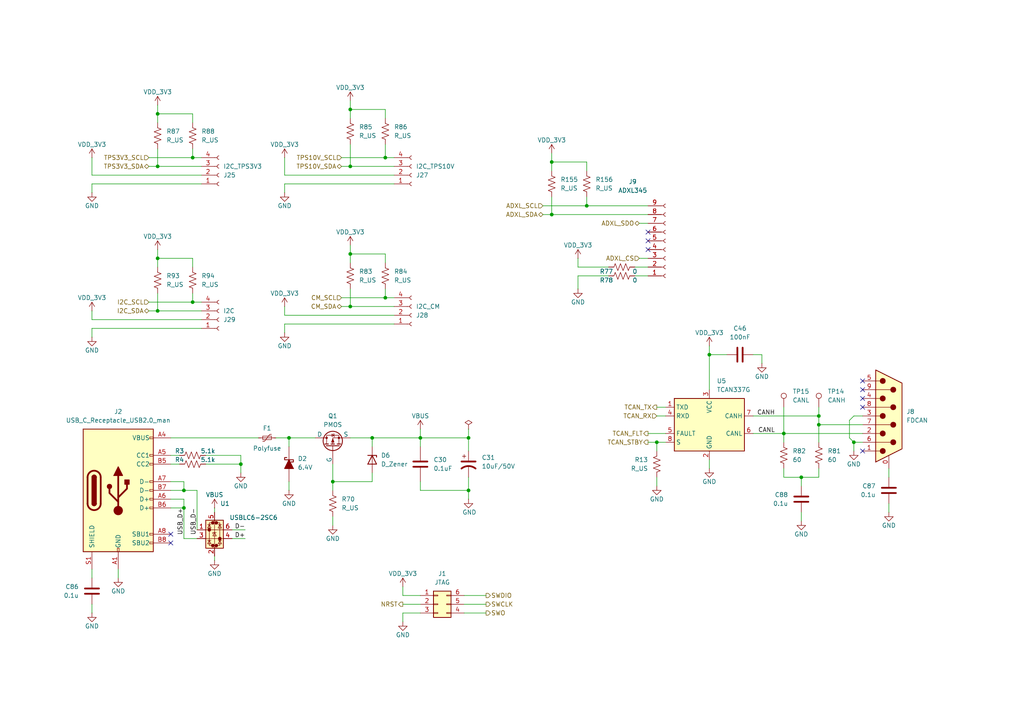
<source format=kicad_sch>
(kicad_sch (version 20250114) (generator "eeschema") (generator_version "9.0")
  (paper "A4")
  (lib_symbols
    (symbol "0CSL_D1_V1:CAP_7mm_X_2mm" (pin_numbers (hide yes)) (pin_names (offset 0.254))
      (property "Reference" "C" (at 0.635 2.54 0))
      (property "Value" "CAP_7mm_X_2mm" (at 0.635 -2.54 0))
      (symbol "CAP_7mm_X_2mm_1_1"
        (pin passive line (at 0 5.08 270) (length 4.064) (name "~") (number "1"))
        (pin passive line (at 0 -5.08 90) (length 4.064) (name "~") (number "2"))
      )
    )
    (symbol "0CSL_D1_V1:DIODE_SCHOTTKY_30V_200mA" (pin_numbers (hide yes)) (pin_names (hide yes))
      (property "Reference" "D" (at 0 2.54 0))
      (property "Value" "DIODE_SCHOTTKY_30V_200mA" (at 1.905 4.445 0))
      (symbol "DIODE_SCHOTTKY_30V_200mA_1_1"
        (pin passive line (at -5.08 0 0) (length 3.81) (name "K") (number "1"))
        (pin passive line (at 5.08 0 180) (length 3.81) (name "A") (number "2"))
      )
    )
    (symbol "0CSL_D1_V1:USB_C_Receptacle_USB2.0_man" (pin_names (offset 1.016))
      (property "Reference" "J" (at 1.27 19.685 0))
      (property "Value" "USB_C_Receptacle_USB2.0_man" (at 31.75 -19.685 0))
      (symbol "USB_C_Receptacle_USB2.0_man_1_1"
        (pin passive line (at -7.62 -22.86 90) (length 5.08) (name "SHIELD") (number "S1"))
        (pin passive line (at 0 -22.86 90) (length 5.08) (name "GND") (number "A1"))
        (pin passive line (at 0 -22.86 90) (length 5.08) (hide yes) (name "GND") (number "A12"))
        (pin passive line (at 0 -22.86 90) (length 5.08) (hide yes) (name "GND") (number "B1"))
        (pin passive line (at 0 -22.86 90) (length 5.08) (hide yes) (name "GND") (number "B12"))
        (pin passive line (at 15.24 15.24 180) (length 5.08) (name "VBUS") (number "A4"))
        (pin passive line (at 15.24 15.24 180) (length 5.08) (hide yes) (name "VBUS") (number "A9"))
        (pin passive line (at 15.24 15.24 180) (length 5.08) (hide yes) (name "VBUS") (number "B4"))
        (pin passive line (at 15.24 15.24 180) (length 5.08) (hide yes) (name "VBUS") (number "B9"))
        (pin bidirectional line (at 15.24 10.16 180) (length 5.08) (name "CC1") (number "A5"))
        (pin bidirectional line (at 15.24 7.62 180) (length 5.08) (name "CC2") (number "B5"))
        (pin bidirectional line (at 15.24 2.54 180) (length 5.08) (name "D-") (number "A7"))
        (pin bidirectional line (at 15.24 0 180) (length 5.08) (name "D-") (number "B7"))
        (pin bidirectional line (at 15.24 -2.54 180) (length 5.08) (name "D+") (number "A6"))
        (pin bidirectional line (at 15.24 -5.08 180) (length 5.08) (name "D+") (number "B6"))
        (pin bidirectional line (at 15.24 -12.7 180) (length 5.08) (name "SBU1") (number "A8"))
        (pin bidirectional line (at 15.24 -15.24 180) (length 5.08) (name "SBU2") (number "B8"))
      )
    )
    (symbol "Connector:Conn_01x04_Socket" (pin_names (offset 1.016) (hide yes))
      (property "Reference" "J" (at 0 5.08 0))
      (property "Value" "Conn_01x04_Socket" (at 0 -7.62 0))
      (symbol "Conn_01x04_Socket_1_1"
        (pin passive line (at -5.08 2.54 0) (length 3.81) (name "Pin_1") (number "1"))
        (pin passive line (at -5.08 0 0) (length 3.81) (name "Pin_2") (number "2"))
        (pin passive line (at -5.08 -2.54 0) (length 3.81) (name "Pin_3") (number "3"))
        (pin passive line (at -5.08 -5.08 0) (length 3.81) (name "Pin_4") (number "4"))
      )
    )
    (symbol "Connector:Conn_01x09_Socket" (pin_names (offset 1.016) (hide yes))
      (property "Reference" "J" (at 0 12.7 0))
      (property "Value" "Conn_01x09_Socket" (at 0 -12.7 0))
      (symbol "Conn_01x09_Socket_1_1"
        (pin passive line (at -5.08 10.16 0) (length 3.81) (name "Pin_1") (number "1"))
        (pin passive line (at -5.08 7.62 0) (length 3.81) (name "Pin_2") (number "2"))
        (pin passive line (at -5.08 5.08 0) (length 3.81) (name "Pin_3") (number "3"))
        (pin passive line (at -5.08 2.54 0) (length 3.81) (name "Pin_4") (number "4"))
        (pin passive line (at -5.08 0 0) (length 3.81) (name "Pin_5") (number "5"))
        (pin passive line (at -5.08 -2.54 0) (length 3.81) (name "Pin_6") (number "6"))
        (pin passive line (at -5.08 -5.08 0) (length 3.81) (name "Pin_7") (number "7"))
        (pin passive line (at -5.08 -7.62 0) (length 3.81) (name "Pin_8") (number "8"))
        (pin passive line (at -5.08 -10.16 0) (length 3.81) (name "Pin_9") (number "9"))
      )
    )
    (symbol "Connector:DE9_Pins_MountingHoles" (pin_names (offset 1.016) (hide yes))
      (property "Reference" "J" (at 0 16.51 0))
      (property "Value" "DE9_Pins_MountingHoles" (at 0 14.605 0))
      (symbol "DE9_Pins_MountingHoles_1_1"
        (pin passive line (at -7.62 10.16 0) (length 3.81) (name "5") (number "5"))
        (pin passive line (at -7.62 7.62 0) (length 3.81) (name "9") (number "9"))
        (pin passive line (at -7.62 5.08 0) (length 3.81) (name "4") (number "4"))
        (pin passive line (at -7.62 2.54 0) (length 3.81) (name "8") (number "8"))
        (pin passive line (at -7.62 0 0) (length 3.81) (name "3") (number "3"))
        (pin passive line (at -7.62 -2.54 0) (length 3.81) (name "7") (number "7"))
        (pin passive line (at -7.62 -5.08 0) (length 3.81) (name "2") (number "2"))
        (pin passive line (at -7.62 -7.62 0) (length 3.81) (name "6") (number "6"))
        (pin passive line (at -7.62 -10.16 0) (length 3.81) (name "1") (number "1"))
        (pin passive line (at 0 -15.24 90) (length 3.81) (name "PAD") (number "0"))
      )
    )
    (symbol "Connector:TestPoint" (pin_numbers (hide yes)) (pin_names (offset 0.762) (hide yes))
      (property "Reference" "TP" (at 0 6.858 0))
      (property "Value" "TestPoint" (at 0 5.08 0))
      (symbol "TestPoint_1_1"
        (pin passive line (at 0 0 90) (length 2.54) (name "1") (number "1"))
      )
    )
    (symbol "Connector_Generic:Conn_02x03_Counter_Clockwise" (pin_names (offset 1.016) (hide yes))
      (property "Reference" "J" (at 1.27 5.08 0))
      (property "Value" "Conn_02x03_Counter_Clockwise" (at 1.27 -5.08 0))
      (symbol "Conn_02x03_Counter_Clockwise_1_1"
        (pin passive line (at -5.08 2.54 0) (length 3.81) (name "Pin_1") (number "1"))
        (pin passive line (at -5.08 0 0) (length 3.81) (name "Pin_2") (number "2"))
        (pin passive line (at -5.08 -2.54 0) (length 3.81) (name "Pin_3") (number "3"))
        (pin passive line (at 7.62 2.54 180) (length 3.81) (name "Pin_6") (number "6"))
        (pin passive line (at 7.62 0 180) (length 3.81) (name "Pin_5") (number "5"))
        (pin passive line (at 7.62 -2.54 180) (length 3.81) (name "Pin_4") (number "4"))
      )
    )
    (symbol "Device:C" (pin_numbers (hide yes)) (pin_names (offset 0.254))
      (property "Reference" "C" (at 0.635 2.54 0))
      (property "Value" "C" (at 0.635 -2.54 0))
      (symbol "C_1_1"
        (pin passive line (at 0 3.81 270) (length 2.794) (name "~") (number "1"))
        (pin passive line (at 0 -3.81 90) (length 2.794) (name "~") (number "2"))
      )
    )
    (symbol "Device:C_Polarized_US" (pin_numbers (hide yes)) (pin_names (offset 0.254) (hide yes))
      (property "Reference" "C" (at 0.635 2.54 0))
      (property "Value" "C_Polarized_US" (at 0.635 -2.54 0))
      (symbol "C_Polarized_US_1_1"
        (pin passive line (at 0 3.81 270) (length 2.794) (name "~") (number "1"))
        (pin passive line (at 0 -3.81 90) (length 3.302) (name "~") (number "2"))
      )
    )
    (symbol "Device:D_Zener" (pin_numbers (hide yes)) (pin_names (offset 1.016) (hide yes))
      (property "Reference" "D" (at 0 2.54 0))
      (property "Value" "D_Zener" (at 0 -2.54 0))
      (symbol "D_Zener_1_1"
        (pin passive line (at -3.81 0 0) (length 2.54) (name "K") (number "1"))
        (pin passive line (at 3.81 0 180) (length 2.54) (name "A") (number "2"))
      )
    )
    (symbol "Device:Polyfuse_Small" (pin_numbers (hide yes)) (pin_names (offset 0))
      (property "Reference" "F" (at -1.905 0 90))
      (property "Value" "Polyfuse_Small" (at 1.905 0 90))
      (symbol "Polyfuse_Small_1_1"
        (pin passive line (at 0 2.54 270) (length 0.635) (name "~") (number "1"))
        (pin passive line (at 0 -2.54 90) (length 0.635) (name "~") (number "2"))
      )
    )
    (symbol "Device:R_US" (pin_numbers (hide yes)) (pin_names (offset 0))
      (property "Reference" "R" (at 2.54 0 90))
      (property "Value" "R_US" (at -2.54 0 90))
      (symbol "R_US_1_1"
        (pin passive line (at 0 3.81 270) (length 1.27) (name "~") (number "1"))
        (pin passive line (at 0 -3.81 90) (length 1.27) (name "~") (number "2"))
      )
    )
    (symbol "Interface_CAN_LIN:TCAN337G"
      (property "Reference" "U" (at -10.16 8.89 0))
      (property "Value" "TCAN337G" (at 2.54 8.89 0))
      (symbol "TCAN337G_1_1"
        (pin input line (at -12.7 5.08 0) (length 2.54) (name "TXD") (number "1"))
        (pin tri_state line (at -12.7 2.54 0) (length 2.54) (name "RXD") (number "4"))
        (pin open_collector line (at -12.7 -2.54 0) (length 2.54) (name "FAULT") (number "5"))
        (pin input line (at -12.7 -5.08 0) (length 2.54) (name "S") (number "8"))
        (pin power_in line (at 0 10.16 270) (length 2.54) (name "VCC") (number "3"))
        (pin power_in line (at 0 -10.16 90) (length 2.54) (name "GND") (number "2"))
        (pin bidirectional line (at 12.7 2.54 180) (length 2.54) (name "CANH") (number "7"))
        (pin bidirectional line (at 12.7 -2.54 180) (length 2.54) (name "CANL") (number "6"))
      )
    )
    (symbol "Power_Protection:USBLC6-2SC6" (pin_names (hide yes))
      (property "Reference" "U" (at 0.635 5.715 0))
      (property "Value" "USBLC6-2SC6" (at 0.635 3.81 0))
      (symbol "USBLC6-2SC6_1_1"
        (pin passive line (at -5.08 0 0) (length 2.54) (name "I/O1") (number "1"))
        (pin passive line (at -5.08 -2.54 0) (length 2.54) (name "I/O2") (number "3"))
        (pin passive line (at 0 5.08 270) (length 2.54) (name "VBUS") (number "5"))
        (pin passive line (at 0 -7.62 90) (length 2.54) (name "GND") (number "2"))
        (pin passive line (at 5.08 0 180) (length 2.54) (name "I/O1") (number "6"))
        (pin passive line (at 5.08 -2.54 180) (length 2.54) (name "I/O2") (number "4"))
      )
    )
    (symbol "Simulation_SPICE:PMOS" (pin_numbers (hide yes)) (pin_names (offset 0))
      (property "Reference" "Q" (at 5.08 1.27 0))
      (property "Value" "PMOS" (at 5.08 -1.27 0))
      (symbol "PMOS_1_1"
        (pin input line (at -5.08 0 0) (length 2.54) (name "G") (number "2"))
        (pin passive line (at 2.54 5.08 270) (length 2.54) (name "D") (number "1"))
        (pin passive line (at 2.54 -5.08 90) (length 2.54) (name "S") (number "3"))
      )
    )
    (symbol "power:+3V3" (power) (pin_numbers (hide yes)) (pin_names (offset 0) (hide yes))
      (property "Value" "+3V3" (at 0 3.556 0))
      (symbol "+3V3_1_1"
        (pin power_in line (at 0 0 90) (length 0) (name "~") (number "1"))
      )
    )
    (symbol "power:+5V" (power) (pin_numbers (hide yes)) (pin_names (offset 0) (hide yes))
      (property "Value" "+5V" (at 0 3.556 0))
      (symbol "+5V_1_1"
        (pin power_in line (at 0 0 90) (length 0) (name "~") (number "1"))
      )
    )
    (symbol "power:GND" (power) (pin_numbers (hide yes)) (pin_names (offset 0) (hide yes))
      (property "Value" "GND" (at 0 -3.81 0))
      (symbol "GND_1_1"
        (pin power_in line (at 0 0 270) (length 0) (name "~") (number "1"))
      )
    )
    (symbol "power:PWR_FLAG" (power) (pin_numbers (hide yes)) (pin_names (offset 0) (hide yes))
      (property "Value" "PWR_FLAG" (at 0 3.81 0))
      (symbol "PWR_FLAG_0_0"
        (pin power_out line (at 0 0 90) (length 0) (name "~") (number "1"))
      )
    )
    (symbol "power:VCC" (power) (pin_numbers (hide yes)) (pin_names (offset 0) (hide yes))
      (property "Value" "VCC" (at 0 3.556 0))
      (symbol "VCC_1_1"
        (pin power_in line (at 0 0 90) (length 0) (name "~") (number "1"))
      )
    )
  )
  (junction (at 45.72 33.02))
  (junction (at 237.49 123.19))
  (junction (at 96.52 139.7))
  (junction (at 135.89 127))
  (junction (at 227.33 125.73))
  (junction (at 101.6 31.75))
  (junction (at 237.49 120.65))
  (junction (at 111.76 45.72))
  (junction (at 45.72 90.17))
  (junction (at 83.82 127))
  (junction (at 45.72 48.26))
  (junction (at 135.89 142.24))
  (junction (at 232.41 138.43))
  (junction (at 160.02 62.23))
  (junction (at 53.34 142.24))
  (junction (at 247.65 128.27))
  (junction (at 170.18 59.69))
  (junction (at 55.88 45.72))
  (junction (at 69.85 134.62))
  (junction (at 121.92 127))
  (junction (at 101.6 73.66))
  (junction (at 101.6 88.9))
  (junction (at 53.34 147.32))
  (junction (at 55.88 87.63))
  (junction (at 107.95 127))
  (junction (at 101.6 48.26))
  (junction (at 205.74 102.87))
  (junction (at 160.02 46.99))
  (junction (at 190.5 128.27))
  (junction (at 45.72 74.93))
  (junction (at 111.76 86.36))
  (no_connect (at 250.19 130.81))
  (no_connect (at 250.19 110.49))
  (no_connect (at 49.53 157.48))
  (no_connect (at 250.19 113.03))
  (no_connect (at 187.96 69.85))
  (no_connect (at 187.96 67.31))
  (no_connect (at 250.19 115.57))
  (no_connect (at 49.53 154.94))
  (no_connect (at 187.96 72.39))
  (no_connect (at 250.19 118.11))
  (wire (pts (xy 247.65 128.27) (xy 247.65 130.81)))
  (wire (pts (xy 26.67 95.25) (xy 58.42 95.25)))
  (wire (pts (xy 190.5 130.81) (xy 190.5 128.27)))
  (wire (pts (xy 55.88 45.72) (xy 58.42 45.72)))
  (wire (pts (xy 101.6 48.26) (xy 101.6 41.91)))
  (wire (pts (xy 116.84 175.26) (xy 121.92 175.26)))
  (wire (pts (xy 218.44 125.73) (xy 227.33 125.73)))
  (wire (pts (xy 170.18 59.69) (xy 170.18 57.15)))
  (wire (pts (xy 83.82 142.24) (xy 83.82 139.7)))
  (wire (pts (xy 257.81 148.59) (xy 257.81 146.05)))
  (wire (pts (xy 45.72 90.17) (xy 58.42 90.17)))
  (wire (pts (xy 160.02 62.23) (xy 160.02 57.15)))
  (wire (pts (xy 237.49 120.65) (xy 237.49 123.19)))
  (wire (pts (xy 45.72 48.26) (xy 45.72 43.18)))
  (wire (pts (xy 167.64 80.01) (xy 176.53 80.01)))
  (wire (pts (xy 57.15 142.24) (xy 53.34 142.24)))
  (wire (pts (xy 49.53 132.08) (xy 52.07 132.08)))
  (wire (pts (xy 59.69 134.62) (xy 69.85 134.62)))
  (wire (pts (xy 190.5 120.65) (xy 193.04 120.65)))
  (wire (pts (xy 26.67 177.8) (xy 26.67 175.26)))
  (wire (pts (xy 121.92 139.7) (xy 121.92 142.24)))
  (wire (pts (xy 184.15 80.01) (xy 187.96 80.01)))
  (wire (pts (xy 205.74 100.33) (xy 205.74 102.87)))
  (wire (pts (xy 101.6 31.75) (xy 111.76 31.75)))
  (wire (pts (xy 111.76 45.72) (xy 111.76 41.91)))
  (wire (pts (xy 101.6 88.9) (xy 101.6 83.82)))
  (wire (pts (xy 107.95 129.54) (xy 107.95 127)))
  (wire (pts (xy 107.95 137.16) (xy 107.95 139.7)))
  (wire (pts (xy 82.55 93.98) (xy 114.3 93.98)))
  (wire (pts (xy 82.55 55.88) (xy 82.55 53.34)))
  (wire (pts (xy 116.84 172.72) (xy 121.92 172.72)))
  (wire (pts (xy 101.6 88.9) (xy 114.3 88.9)))
  (wire (pts (xy 232.41 151.13) (xy 232.41 148.59)))
  (wire (pts (xy 237.49 123.19) (xy 237.49 128.27)))
  (wire (pts (xy 167.64 74.93) (xy 167.64 77.47)))
  (wire (pts (xy 26.67 45.72) (xy 26.67 50.8)))
  (wire (pts (xy 121.92 127) (xy 135.89 127)))
  (wire (pts (xy 246.38 127) (xy 247.65 128.27)))
  (wire (pts (xy 69.85 132.08) (xy 69.85 134.62)))
  (wire (pts (xy 26.67 97.79) (xy 26.67 95.25)))
  (wire (pts (xy 205.74 135.89) (xy 205.74 133.35)))
  (wire (pts (xy 111.76 86.36) (xy 111.76 83.82)))
  (wire (pts (xy 116.84 180.34) (xy 116.84 177.8)))
  (wire (pts (xy 140.97 177.8) (xy 134.62 177.8)))
  (wire (pts (xy 101.6 73.66) (xy 111.76 73.66)))
  (wire (pts (xy 49.53 127) (xy 74.93 127)))
  (wire (pts (xy 45.72 30.48) (xy 45.72 33.02)))
  (wire (pts (xy 55.88 87.63) (xy 58.42 87.63)))
  (wire (pts (xy 55.88 33.02) (xy 55.88 35.56)))
  (wire (pts (xy 227.33 135.89) (xy 227.33 138.43)))
  (wire (pts (xy 116.84 177.8) (xy 121.92 177.8)))
  (wire (pts (xy 69.85 132.08) (xy 59.69 132.08)))
  (wire (pts (xy 53.34 147.32) (xy 49.53 147.32)))
  (wire (pts (xy 96.52 149.86) (xy 96.52 152.4)))
  (wire (pts (xy 55.88 45.72) (xy 55.88 43.18)))
  (wire (pts (xy 232.41 138.43) (xy 232.41 140.97)))
  (wire (pts (xy 205.74 102.87) (xy 205.74 113.03)))
  (wire (pts (xy 185.42 74.93) (xy 187.96 74.93)))
  (wire (pts (xy 160.02 44.45) (xy 160.02 46.99)))
  (wire (pts (xy 160.02 46.99) (xy 160.02 49.53)))
  (wire (pts (xy 237.49 123.19) (xy 250.19 123.19)))
  (wire (pts (xy 167.64 77.47) (xy 176.53 77.47)))
  (wire (pts (xy 135.89 144.78) (xy 135.89 142.24)))
  (wire (pts (xy 45.72 33.02) (xy 45.72 35.56)))
  (wire (pts (xy 205.74 102.87) (xy 210.82 102.87)))
  (wire (pts (xy 26.67 90.17) (xy 26.67 92.71)))
  (wire (pts (xy 53.34 139.7) (xy 53.34 142.24)))
  (wire (pts (xy 82.55 96.52) (xy 82.55 93.98)))
  (wire (pts (xy 62.23 147.32) (xy 62.23 148.59)))
  (wire (pts (xy 82.55 50.8) (xy 114.3 50.8)))
  (wire (pts (xy 135.89 127) (xy 135.89 130.81)))
  (wire (pts (xy 187.96 128.27) (xy 190.5 128.27)))
  (wire (pts (xy 246.38 121.92) (xy 246.38 127)))
  (wire (pts (xy 53.34 147.32) (xy 53.34 156.21)))
  (wire (pts (xy 82.55 88.9) (xy 82.55 91.44)))
  (wire (pts (xy 190.5 140.97) (xy 190.5 138.43)))
  (wire (pts (xy 227.33 125.73) (xy 250.19 125.73)))
  (wire (pts (xy 135.89 124.46) (xy 135.89 127)))
  (wire (pts (xy 69.85 134.62) (xy 69.85 137.16)))
  (wire (pts (xy 96.52 134.62) (xy 96.52 139.7)))
  (wire (pts (xy 237.49 118.11) (xy 237.49 120.65)))
  (wire (pts (xy 45.72 33.02) (xy 55.88 33.02)))
  (wire (pts (xy 121.92 142.24) (xy 135.89 142.24)))
  (wire (pts (xy 82.55 45.72) (xy 82.55 50.8)))
  (wire (pts (xy 101.6 31.75) (xy 101.6 34.29)))
  (wire (pts (xy 157.48 59.69) (xy 170.18 59.69)))
  (wire (pts (xy 218.44 120.65) (xy 237.49 120.65)))
  (wire (pts (xy 111.76 45.72) (xy 114.3 45.72)))
  (wire (pts (xy 26.67 92.71) (xy 58.42 92.71)))
  (wire (pts (xy 190.5 118.11) (xy 193.04 118.11)))
  (wire (pts (xy 167.64 80.01) (xy 167.64 83.82)))
  (wire (pts (xy 250.19 128.27) (xy 247.65 128.27)))
  (wire (pts (xy 49.53 142.24) (xy 53.34 142.24)))
  (wire (pts (xy 101.6 29.21) (xy 101.6 31.75)))
  (wire (pts (xy 45.72 74.93) (xy 55.88 74.93)))
  (wire (pts (xy 247.65 120.65) (xy 246.38 121.92)))
  (wire (pts (xy 111.76 73.66) (xy 111.76 76.2)))
  (wire (pts (xy 96.52 139.7) (xy 107.95 139.7)))
  (wire (pts (xy 49.53 139.7) (xy 53.34 139.7)))
  (wire (pts (xy 220.98 102.87) (xy 218.44 102.87)))
  (wire (pts (xy 99.06 45.72) (xy 111.76 45.72)))
  (wire (pts (xy 101.6 48.26) (xy 114.3 48.26)))
  (wire (pts (xy 26.67 165.1) (xy 26.67 167.64)))
  (wire (pts (xy 43.18 87.63) (xy 55.88 87.63)))
  (wire (pts (xy 220.98 102.87) (xy 220.98 105.41)))
  (wire (pts (xy 160.02 46.99) (xy 170.18 46.99)))
  (wire (pts (xy 237.49 135.89) (xy 237.49 138.43)))
  (wire (pts (xy 101.6 73.66) (xy 101.6 76.2)))
  (wire (pts (xy 57.15 153.67) (xy 57.15 142.24)))
  (wire (pts (xy 91.44 127) (xy 83.82 127)))
  (wire (pts (xy 99.06 88.9) (xy 101.6 88.9)))
  (wire (pts (xy 43.18 48.26) (xy 45.72 48.26)))
  (wire (pts (xy 43.18 45.72) (xy 55.88 45.72)))
  (wire (pts (xy 101.6 71.12) (xy 101.6 73.66)))
  (wire (pts (xy 82.55 91.44) (xy 114.3 91.44)))
  (wire (pts (xy 34.29 165.1) (xy 34.29 167.64)))
  (wire (pts (xy 55.88 87.63) (xy 55.88 85.09)))
  (wire (pts (xy 45.72 90.17) (xy 45.72 85.09)))
  (wire (pts (xy 227.33 118.11) (xy 227.33 125.73)))
  (wire (pts (xy 26.67 53.34) (xy 58.42 53.34)))
  (wire (pts (xy 53.34 144.78) (xy 49.53 144.78)))
  (wire (pts (xy 140.97 175.26) (xy 134.62 175.26)))
  (wire (pts (xy 67.31 156.21) (xy 71.12 156.21)))
  (wire (pts (xy 227.33 138.43) (xy 232.41 138.43)))
  (wire (pts (xy 111.76 86.36) (xy 114.3 86.36)))
  (wire (pts (xy 140.97 172.72) (xy 134.62 172.72)))
  (wire (pts (xy 45.72 48.26) (xy 58.42 48.26)))
  (wire (pts (xy 121.92 127) (xy 121.92 129.54)))
  (wire (pts (xy 26.67 55.88) (xy 26.67 53.34)))
  (wire (pts (xy 187.96 125.73) (xy 193.04 125.73)))
  (wire (pts (xy 55.88 74.93) (xy 55.88 77.47)))
  (wire (pts (xy 185.42 64.77) (xy 187.96 64.77)))
  (wire (pts (xy 83.82 127) (xy 83.82 129.54)))
  (wire (pts (xy 62.23 161.29) (xy 62.23 162.56)))
  (wire (pts (xy 121.92 124.46) (xy 121.92 127)))
  (wire (pts (xy 135.89 142.24) (xy 135.89 138.43)))
  (wire (pts (xy 170.18 59.69) (xy 187.96 59.69)))
  (wire (pts (xy 107.95 127) (xy 121.92 127)))
  (wire (pts (xy 82.55 53.34) (xy 114.3 53.34)))
  (wire (pts (xy 26.67 50.8) (xy 58.42 50.8)))
  (wire (pts (xy 96.52 142.24) (xy 96.52 139.7)))
  (wire (pts (xy 107.95 127) (xy 101.6 127)))
  (wire (pts (xy 232.41 138.43) (xy 237.49 138.43)))
  (wire (pts (xy 43.18 90.17) (xy 45.72 90.17)))
  (wire (pts (xy 250.19 120.65) (xy 247.65 120.65)))
  (wire (pts (xy 160.02 62.23) (xy 187.96 62.23)))
  (wire (pts (xy 257.81 135.89) (xy 257.81 138.43)))
  (wire (pts (xy 99.06 48.26) (xy 101.6 48.26)))
  (wire (pts (xy 157.48 62.23) (xy 160.02 62.23)))
  (wire (pts (xy 45.72 74.93) (xy 45.72 77.47)))
  (wire (pts (xy 227.33 125.73) (xy 227.33 128.27)))
  (wire (pts (xy 116.84 170.18) (xy 116.84 172.72)))
  (wire (pts (xy 53.34 156.21) (xy 57.15 156.21)))
  (wire (pts (xy 53.34 147.32) (xy 53.34 144.78)))
  (wire (pts (xy 184.15 77.47) (xy 187.96 77.47)))
  (wire (pts (xy 49.53 134.62) (xy 52.07 134.62)))
  (wire (pts (xy 190.5 128.27) (xy 193.04 128.27)))
  (wire (pts (xy 80.01 127) (xy 83.82 127)))
  (wire (pts (xy 170.18 46.99) (xy 170.18 49.53)))
  (wire (pts (xy 67.31 153.67) (xy 71.12 153.67)))
  (wire (pts (xy 111.76 31.75) (xy 111.76 34.29)))
  (wire (pts (xy 45.72 72.39) (xy 45.72 74.93)))
  (wire (pts (xy 99.06 86.36) (xy 111.76 86.36)))
  (label "D-" (at 71.12 153.67 180))
  (label "USB_D-" (at 57.15 147.32 270))
  (label "D+" (at 71.12 156.21 180))
  (label "USB_D+" (at 53.34 147.32 270))
  (label "CANH" (at 224.79 120.65 180))
  (label "CANL" (at 224.79 125.73 180))
  (hierarchical_label "TPS3V3_SCL" (shape input) (at 43.18 45.72 180))
  (hierarchical_label "SWCLK" (shape output) (at 140.97 175.26 0))
  (hierarchical_label "ADXL_SCL" (shape input) (at 157.48 59.69 180))
  (hierarchical_label "SWO" (shape output) (at 140.97 177.8 0))
  (hierarchical_label "SWDIO" (shape output) (at 140.97 172.72 0))
  (hierarchical_label "I2C_SCL" (shape input) (at 43.18 87.63 180))
  (hierarchical_label "ADXL_SDO" (shape bidirectional) (at 185.42 64.77 180))
  (hierarchical_label "CM_SDA" (shape bidirectional) (at 99.06 88.9 180))
  (hierarchical_label "TCAN_FLT" (shape output) (at 187.96 125.73 180))
  (hierarchical_label "TPS3V3_SDA" (shape bidirectional) (at 43.18 48.26 180))
  (hierarchical_label "NRST" (shape output) (at 116.84 175.26 180))
  (hierarchical_label "TCAN_TX" (shape output) (at 190.5 118.11 180))
  (hierarchical_label "I2C_SDA" (shape bidirectional) (at 43.18 90.17 180))
  (hierarchical_label "TCAN_STBY" (shape output) (at 187.96 128.27 180))
  (hierarchical_label "ADXL_CS" (shape input) (at 185.42 74.93 180))
  (hierarchical_label "TPS10V_SDA" (shape bidirectional) (at 99.06 48.26 180))
  (hierarchical_label "TCAN_RX" (shape input) (at 190.5 120.65 180))
  (hierarchical_label "CM_SCL" (shape input) (at 99.06 86.36 180))
  (hierarchical_label "TPS10V_SCL" (shape input) (at 99.06 45.72 180))
  (hierarchical_label "ADXL_SDA" (shape bidirectional) (at 157.48 62.23 180))
  (symbol (lib_id "Device:R_US") (at 227.33 132.08 0) (unit 1)
    (property "Reference" "R82" (at 229.87 130.8099 0) (effects (justify left)))
    (property "Value" "60" (at 229.87 133.3499 0) (effects (justify left)))
    (property "Description" "Resistor, US symbol" (effects (hide yes)))
  )
  (symbol (lib_id "Device:C") (at 257.81 142.24 0) (mirror x) (unit 1)
    (property "Reference" "C87" (at 254 140.9699 0) (effects (justify right)))
    (property "Value" "0.1u" (at 254 143.5099 0) (effects (justify right)))
    (property "Description" "Unpolarized capacitor" (effects (hide yes)))
  )
  (symbol (lib_id "Device:R_US") (at 55.88 39.37 0) (unit 1)
    (property "Reference" "R88" (at 58.42 38.0999 0) (effects (justify left)))
    (property "Value" "R_US" (at 58.42 40.6399 0) (effects (justify left)))
    (property "Description" "Resistor, US symbol" (effects (hide yes)))
  )
  (symbol (lib_id "power:GND") (at 26.67 97.79 0) (unit 1)
    (property "Reference" "#PWR0152" (effects (hide yes)))
    (property "Value" "GND" (at 26.67 101.6 0))
    (property "Description" "Power symbol creates a global label with name \"GND\" , ground" (effects (hide yes)))
  )
  (symbol (lib_id "power:GND") (at 232.41 151.13 0) (unit 1)
    (property "Reference" "#PWR0138" (effects (hide yes)))
    (property "Value" "GND" (at 232.41 154.94 0))
    (property "Description" "Power symbol creates a global label with name \"GND\" , ground" (effects (hide yes)))
  )
  (symbol (lib_id "power:VCC") (at 167.64 74.93 0) (unit 1)
    (property "Reference" "#PWR071" (effects (hide yes)))
    (property "Value" "VDD_3V3" (at 167.64 71.12 0))
    (property "Description" "Power symbol creates a global label with name \"VCC\"" (effects (hide yes)))
  )
  (symbol (lib_id "power:GND") (at 26.67 177.8 0) (unit 1)
    (property "Reference" "#PWR0103" (effects (hide yes)))
    (property "Value" "GND" (at 26.67 181.61 0))
    (property "Description" "Power symbol creates a global label with name \"GND\" , ground" (effects (hide yes)))
  )
  (symbol (lib_id "power:GND") (at 83.82 142.24 0) (unit 1)
    (property "Reference" "#PWR019" (effects (hide yes)))
    (property "Value" "GND" (at 83.82 146.05 0))
    (property "Description" "Power symbol creates a global label with name \"GND\" , ground" (effects (hide yes)))
  )
  (symbol (lib_id "Device:R_US") (at 160.02 53.34 0) (unit 1)
    (property "Reference" "R155" (at 162.56 52.0699 0) (effects (justify left)))
    (property "Value" "R_US" (at 162.56 54.6099 0) (effects (justify left)))
    (property "Description" "Resistor, US symbol" (effects (hide yes)))
  )
  (symbol (lib_id "Interface_CAN_LIN:TCAN337G") (at 205.74 123.19 0) (unit 1)
    (property "Reference" "U5" (at 207.8833 110.49 0) (effects (justify left)))
    (property "Value" "TCAN337G" (at 207.8833 113.03 0) (effects (justify left)))
    (property "Datasheet" "http://www.ti.com/lit/ds/symlink/tcan337.pdf" (effects (hide yes)))
    (property "Description" "High-Speed CAN Transceiver with CAN FD, 5Mbps, 3.3V supply, silent mode, fault output, SOT-23-8/SOIC-8" (effects (hide yes)))
  )
  (symbol (lib_id "Connector:Conn_01x04_Socket") (at 119.38 91.44 0) (mirror x) (unit 1)
    (property "Reference" "J28" (at 120.65 91.4401 0) (effects (justify left)))
    (property "Value" "I2C_CM" (at 120.65 88.9001 0) (effects (justify left)))
    (property "Description" "Generic connector, single row, 01x04, script generated" (effects (hide yes)))
  )
  (symbol (lib_id "Connector:DE9_Pins_MountingHoles") (at 257.81 120.65 0) (unit 1)
    (property "Reference" "J8" (at 262.89 119.3799 0) (effects (justify left)))
    (property "Value" "FDCAN" (at 262.89 121.9199 0) (effects (justify left)))
    (property "Description" "9-pin D-SUB connector, pins (male), Mounting Hole" (effects (hide yes)))
  )
  (symbol (lib_id "power:GND") (at 220.98 105.41 0) (unit 1)
    (property "Reference" "#PWR075" (effects (hide yes)))
    (property "Value" "GND" (at 220.98 109.22 0))
    (property "Description" "Power symbol creates a global label with name \"GND\" , ground" (effects (hide yes)))
  )
  (symbol (lib_id "Device:R_US") (at 101.6 38.1 0) (unit 1)
    (property "Reference" "R85" (at 104.14 36.8299 0) (effects (justify left)))
    (property "Value" "R_US" (at 104.14 39.3699 0) (effects (justify left)))
    (property "Description" "Resistor, US symbol" (effects (hide yes)))
  )
  (symbol (lib_id "power:GND") (at 34.29 167.64 0) (unit 1)
    (property "Reference" "#PWR035" (effects (hide yes)))
    (property "Value" "GND" (at 34.29 171.45 0))
    (property "Description" "Power symbol creates a global label with name \"GND\" , ground" (effects (hide yes)))
  )
  (symbol (lib_id "power:GND") (at 26.67 55.88 0) (unit 1)
    (property "Reference" "#PWR0144" (effects (hide yes)))
    (property "Value" "GND" (at 26.67 59.69 0))
    (property "Description" "Power symbol creates a global label with name \"GND\" , ground" (effects (hide yes)))
  )
  (symbol (lib_id "power:GND") (at 116.84 180.34 0) (unit 1)
    (property "Reference" "#PWR05" (effects (hide yes)))
    (property "Value" "GND" (at 116.84 184.15 0))
    (property "Description" "Power symbol creates a global label with name \"GND\" , ground" (effects (hide yes)))
  )
  (symbol (lib_id "Device:R_US") (at 170.18 53.34 0) (unit 1)
    (property "Reference" "R156" (at 172.72 52.0699 0) (effects (justify left)))
    (property "Value" "R_US" (at 172.72 54.6099 0) (effects (justify left)))
    (property "Description" "Resistor, US symbol" (effects (hide yes)))
  )
  (symbol (lib_id "Device:R_US") (at 237.49 132.08 0) (unit 1)
    (property "Reference" "R81" (at 240.03 130.8099 0) (effects (justify left)))
    (property "Value" "60" (at 240.03 133.3499 0) (effects (justify left)))
    (property "Description" "Resistor, US symbol" (effects (hide yes)))
  )
  (symbol (lib_id "power:VCC") (at 205.74 100.33 0) (unit 1)
    (property "Reference" "#PWR074" (effects (hide yes)))
    (property "Value" "VDD_3V3" (at 205.74 96.52 0))
    (property "Description" "Power symbol creates a global label with name \"VCC\"" (effects (hide yes)))
  )
  (symbol (lib_id "Device:D_Zener") (at 107.95 133.35 270) (unit 1)
    (property "Reference" "D6" (at 110.49 132.0799 90) (effects (justify left)))
    (property "Value" "D_Zener" (at 110.49 134.6199 90) (effects (justify left)))
    (property "Description" "Zener diode" (effects (hide yes)))
  )
  (symbol (lib_id "Device:R_US") (at 96.52 146.05 0) (unit 1)
    (property "Reference" "R70" (at 99.06 144.7799 0) (effects (justify left)))
    (property "Value" "R_US" (at 99.06 147.3199 0) (effects (justify left)))
    (property "Description" "Resistor, US symbol" (effects (hide yes)))
  )
  (symbol (lib_id "power:VCC") (at 101.6 71.12 0) (unit 1)
    (property "Reference" "#PWR0140" (effects (hide yes)))
    (property "Value" "VDD_3V3" (at 101.6 67.31 0))
    (property "Description" "Power symbol creates a global label with name \"VCC\"" (effects (hide yes)))
  )
  (symbol (lib_id "Power_Protection:USBLC6-2SC6") (at 62.23 153.67 0) (unit 1)
    (property "Reference" "U1" (at 63.8811 146.05 0) (effects (justify left)))
    (property "Value" "USBLC6-2SC6" (at 66.548 150.114 0) (effects (justify left)))
    (property "Footprint" "Package_TO_SOT_SMD:SOT-23-6" (effects (hide yes)))
    (property "Datasheet" "https://www.st.com/content/ccc/resource/technical/document/datasheet/06/1d/48/9c/6c/20/4a/b2/CD00050750.pdf/files/CD00050750.pdf/jcr:content/translations/en.CD00050750.pdf" (effects (hide yes)))
    (property "Description" "Very low capacitance ESD protection diode, 2 data-line, SOT-23-6" (effects (hide yes)))
    (property "Part Number" "497-5235-1-ND" (effects (hide yes)))
    (property "Link" "https://www.digikey.ca/en/products/detail/stmicroelectronics/USBLC6-2SC6/1040559" (effects (hide yes)))
  )
  (symbol (lib_id "power:+3V3") (at 116.84 170.18 0) (mirror y) (unit 1)
    (property "Reference" "#PWR02" (effects (hide yes)))
    (property "Value" "VDD_3V3" (at 116.84 166.37 0))
    (property "Description" "Power symbol creates a global label with name \"+3V3\"" (effects (hide yes)))
  )
  (symbol (lib_id "Device:R_US") (at 111.76 80.01 0) (unit 1)
    (property "Reference" "R84" (at 114.3 78.7399 0) (effects (justify left)))
    (property "Value" "R_US" (at 114.3 81.2799 0) (effects (justify left)))
    (property "Description" "Resistor, US symbol" (effects (hide yes)))
  )
  (symbol (lib_id "Device:R_US") (at 55.88 132.08 270) (unit 1)
    (property "Reference" "R3" (at 52.07 130.81 90))
    (property "Value" "5.1k" (at 60.325 130.81 90))
    (property "Description" "Resistor, US symbol" (effects (hide yes)))
  )
  (symbol (lib_id "Device:C") (at 26.67 171.45 0) (mirror x) (unit 1)
    (property "Reference" "C86" (at 22.86 170.1799 0) (effects (justify right)))
    (property "Value" "0.1u" (at 22.86 172.7199 0) (effects (justify right)))
    (property "Description" "Unpolarized capacitor" (effects (hide yes)))
  )
  (symbol (lib_id "Device:R_US") (at 55.88 81.28 0) (unit 1)
    (property "Reference" "R94" (at 58.42 80.0099 0) (effects (justify left)))
    (property "Value" "R_US" (at 58.42 82.5499 0) (effects (justify left)))
    (property "Description" "Resistor, US symbol" (effects (hide yes)))
  )
  (symbol (lib_id "power:VCC") (at 45.72 30.48 0) (unit 1)
    (property "Reference" "#PWR0139" (effects (hide yes)))
    (property "Value" "VDD_3V3" (at 45.72 26.67 0))
    (property "Description" "Power symbol creates a global label with name \"VCC\"" (effects (hide yes)))
  )
  (symbol (lib_id "Device:C") (at 214.63 102.87 90) (unit 1)
    (property "Reference" "C46" (at 214.63 95.25 90))
    (property "Value" "100nF" (at 214.63 97.79 90))
    (property "Description" "Unpolarized capacitor" (effects (hide yes)))
  )
  (symbol (lib_id "power:VCC") (at 101.6 29.21 0) (unit 1)
    (property "Reference" "#PWR0141" (effects (hide yes)))
    (property "Value" "VDD_3V3" (at 101.6 25.4 0))
    (property "Description" "Power symbol creates a global label with name \"VCC\"" (effects (hide yes)))
  )
  (symbol (lib_id "0CSL_D1_V1:CAP_7mm_X_2mm") (at 121.92 134.62 0) (unit 1)
    (property "Reference" "C30" (at 125.73 133.3499 0) (effects (justify left)))
    (property "Value" "0.1uF" (at 125.73 135.8899 0) (effects (justify left)))
    (property "Footprint" "Capacitor_SMD:C_0603_1608Metric_Pad1.08x0.95mm_HandSolder" (effects (hide yes)))
    (property "Description" "Unpolarized capacitor" (effects (hide yes)))
    (property "Part Number" "399-C0603C104K5RAC7411CT-ND" (effects (hide yes)))
  )
  (symbol (lib_id "Connector_Generic:Conn_02x03_Counter_Clockwise") (at 127 175.26 0) (unit 1)
    (property "Reference" "J1" (at 128.27 166.37 0))
    (property "Value" "JTAG" (at 128.27 168.91 0))
    (property "Footprint" "UserFootprints:490107670612" (effects (hide yes)))
    (property "Datasheet" "https://www.we-online.com/components/products/datasheet/490107670612.pdf" (effects (hide yes)))
    (property "Description" "Generic connector, double row, 02x03, counter clockwise pin numbering scheme (similar to DIP package numbering), script generated (kicad-library-utils/schlib/autogen/connector/)" (effects (hide yes)))
    (property "Part Number" "732-11634-5-ND" (effects (hide yes)))
  )
  (symbol (lib_id "power:GND") (at 62.23 162.56 0) (unit 1)
    (property "Reference" "#PWR034" (effects (hide yes)))
    (property "Value" "GND" (at 62.23 166.37 0))
    (property "Description" "Power symbol creates a global label with name \"GND\" , ground" (effects (hide yes)))
  )
  (symbol (lib_id "Device:C_Polarized_US") (at 135.89 134.62 0) (unit 1)
    (property "Reference" "C31" (at 139.7 132.7149 0) (effects (justify left)))
    (property "Value" "10uF/50V" (at 139.7 135.2549 0) (effects (justify left)))
    (property "Description" "Polarized capacitor, US symbol" (effects (hide yes)))
  )
  (symbol (lib_id "power:GND") (at 167.64 83.82 0) (mirror y) (unit 1)
    (property "Reference" "#PWR044" (effects (hide yes)))
    (property "Value" "GND" (at 167.64 87.63 0))
    (property "Description" "Power symbol creates a global label with name \"GND\" , ground" (effects (hide yes)))
  )
  (symbol (lib_id "power:GND") (at 82.55 96.52 0) (unit 1)
    (property "Reference" "#PWR0150" (effects (hide yes)))
    (property "Value" "GND" (at 82.55 100.33 0))
    (property "Description" "Power symbol creates a global label with name \"GND\" , ground" (effects (hide yes)))
  )
  (symbol (lib_id "power:GND") (at 82.55 55.88 0) (unit 1)
    (property "Reference" "#PWR0148" (effects (hide yes)))
    (property "Value" "GND" (at 82.55 59.69 0))
    (property "Description" "Power symbol creates a global label with name \"GND\" , ground" (effects (hide yes)))
  )
  (symbol (lib_id "power:GND") (at 247.65 130.81 0) (unit 1)
    (property "Reference" "#PWR078" (effects (hide yes)))
    (property "Value" "GND" (at 247.65 134.62 0))
    (property "Description" "Power symbol creates a global label with name \"GND\" , ground" (effects (hide yes)))
  )
  (symbol (lib_id "Connector:TestPoint") (at 237.49 118.11 0) (unit 1)
    (property "Reference" "TP14" (at 240.03 113.5379 0) (effects (justify left)))
    (property "Value" "CANH" (at 240.03 116.0779 0) (effects (justify left)))
    (property "Description" "test point" (effects (hide yes)))
  )
  (symbol (lib_id "Connector:Conn_01x04_Socket") (at 63.5 92.71 0) (mirror x) (unit 1)
    (property "Reference" "J29" (at 64.77 92.7101 0) (effects (justify left)))
    (property "Value" "I2C" (at 64.77 90.1701 0) (effects (justify left)))
    (property "Description" "Generic connector, single row, 01x04, script generated" (effects (hide yes)))
  )
  (symbol (lib_id "power:VCC") (at 82.55 88.9 0) (unit 1)
    (property "Reference" "#PWR0149" (effects (hide yes)))
    (property "Value" "VDD_3V3" (at 82.55 85.09 0))
    (property "Description" "Power symbol creates a global label with name \"VCC\"" (effects (hide yes)))
  )
  (symbol (lib_id "0CSL_D1_V1:USB_C_Receptacle_USB2.0_man") (at 34.29 142.24 0) (unit 1)
    (property "Reference" "J2" (at 34.29 119.38 0))
    (property "Value" "USB_C_Receptacle_USB2.0_man" (at 34.29 121.92 0))
    (property "Footprint" "Connector_USB:USB_C_Receptacle_GCT_USB4105-xx-A_16P_TopMnt_Horizontal" (effects (hide yes)))
    (property "Description" "USB-C (USB TYPE-C) USB 2.0 Receptacle Connector 24 (16+8 Dummy) Position Surface Mount, Right Angle; Through Hole" (effects (hide yes)))
    (property "Part Number" "2073-USB4105-GF-ACT-ND" (effects (hide yes)))
  )
  (symbol (lib_id "0CSL_D1_V1:DIODE_SCHOTTKY_30V_200mA") (at 83.82 134.62 270) (unit 1)
    (property "Reference" "D2" (at 86.36 133.0324 90) (effects (justify left)))
    (property "Value" "6.4V" (at 86.36 135.5724 90) (effects (justify left)))
    (property "Footprint" "Diode_SMD:D_0603_1608Metric_Pad1.05x0.95mm_HandSolder" (effects (hide yes)))
    (property "Description" "Diode Schottky 30V 200mA (DC) Surface Mount SOD-123" (effects (hide yes)))
    (property "Part Number" "1727-7327-1-ND" (effects (hide yes)))
    (property "Link" "https://www.digikey.ca/en/products/detail/texas-instruments/INA826AIDGKR/2762216" (effects (hide yes)))
  )
  (symbol (lib_id "Connector:TestPoint") (at 227.33 118.11 0) (unit 1)
    (property "Reference" "TP15" (at 229.87 113.5379 0) (effects (justify left)))
    (property "Value" "CANL" (at 229.87 116.0779 0) (effects (justify left)))
    (property "Description" "test point" (effects (hide yes)))
  )
  (symbol (lib_id "power:GND") (at 69.85 137.16 0) (unit 1)
    (property "Reference" "#PWR024" (effects (hide yes)))
    (property "Value" "GND" (at 69.85 140.97 0))
    (property "Description" "Power symbol creates a global label with name \"GND\" , ground" (effects (hide yes)))
  )
  (symbol (lib_id "power:GND") (at 205.74 135.89 0) (unit 1)
    (property "Reference" "#PWR076" (effects (hide yes)))
    (property "Value" "GND" (at 205.74 139.7 0))
    (property "Description" "Power symbol creates a global label with name \"GND\" , ground" (effects (hide yes)))
  )
  (symbol (lib_id "Device:R_US") (at 180.34 80.01 90) (unit 1)
    (property "Reference" "R78" (at 175.895 81.28 90))
    (property "Value" "0" (at 184.15 81.28 90))
    (property "Description" "Resistor, US symbol" (effects (hide yes)))
  )
  (symbol (lib_id "power:+5V") (at 62.23 147.32 0) (unit 1)
    (property "Reference" "#PWR033" (effects (hide yes)))
    (property "Value" "VBUS" (at 62.23 143.51 0))
    (property "Description" "Power symbol creates a global label with name \"+5V\"" (effects (hide yes)))
  )
  (symbol (lib_id "power:GND") (at 135.89 144.78 0) (unit 1)
    (property "Reference" "#PWR020" (effects (hide yes)))
    (property "Value" "GND" (at 136.144 148.59 0))
    (property "Description" "Power symbol creates a global label with name \"GND\" , ground" (effects (hide yes)))
  )
  (symbol (lib_id "Connector:Conn_01x04_Socket") (at 63.5 50.8 0) (mirror x) (unit 1)
    (property "Reference" "J25" (at 64.77 50.8001 0) (effects (justify left)))
    (property "Value" "I2C_TPS3V3" (at 64.77 48.2601 0) (effects (justify left)))
    (property "Description" "Generic connector, single row, 01x04, script generated" (effects (hide yes)))
  )
  (symbol (lib_id "Device:R_US") (at 111.76 38.1 0) (unit 1)
    (property "Reference" "R86" (at 114.3 36.8299 0) (effects (justify left)))
    (property "Value" "R_US" (at 114.3 39.3699 0) (effects (justify left)))
    (property "Description" "Resistor, US symbol" (effects (hide yes)))
  )
  (symbol (lib_id "power:VCC") (at 26.67 90.17 0) (unit 1)
    (property "Reference" "#PWR0151" (effects (hide yes)))
    (property "Value" "VDD_3V3" (at 26.67 86.36 0))
    (property "Description" "Power symbol creates a global label with name \"VCC\"" (effects (hide yes)))
  )
  (symbol (lib_id "Device:Polyfuse_Small") (at 77.47 127 90) (unit 1)
    (property "Reference" "F1" (at 77.47 124.206 90))
    (property "Value" "Polyfuse" (at 77.47 130.048 90))
    (property "Footprint" "Fuse:Fuse_0603_1608Metric_Pad1.05x0.95mm_HandSolder" (effects (hide yes)))
    (property "Datasheet" "https://www.yageo.com/upload/media/product/productsearch/datasheet/cpc/pptc/SMD0603_1.pdf" (effects (hide yes)))
    (property "Description" "Resettable fuse, polymeric positive temperature coefficient, small symbol" (effects (hide yes)))
    (property "Part Number" "13-SMD0603B050TFCT-ND" (effects (hide yes)))
  )
  (symbol (lib_id "power:GND") (at 190.5 140.97 0) (unit 1)
    (property "Reference" "#PWR077" (effects (hide yes)))
    (property "Value" "GND" (at 190.5 144.78 0))
    (property "Description" "Power symbol creates a global label with name \"GND\" , ground" (effects (hide yes)))
  )
  (symbol (lib_id "Device:R_US") (at 45.72 81.28 0) (unit 1)
    (property "Reference" "R93" (at 48.26 80.0099 0) (effects (justify left)))
    (property "Value" "R_US" (at 48.26 82.5499 0) (effects (justify left)))
    (property "Description" "Resistor, US symbol" (effects (hide yes)))
  )
  (symbol (lib_id "Connector:Conn_01x04_Socket") (at 119.38 50.8 0) (mirror x) (unit 1)
    (property "Reference" "J27" (at 120.65 50.8001 0) (effects (justify left)))
    (property "Value" "I2C_TPS10V" (at 120.65 48.2601 0) (effects (justify left)))
    (property "Description" "Generic connector, single row, 01x04, script generated" (effects (hide yes)))
  )
  (symbol (lib_id "Device:R_US") (at 190.5 134.62 0) (mirror y) (unit 1)
    (property "Reference" "R13" (at 187.96 133.3499 0) (effects (justify left)))
    (property "Value" "R_US" (at 187.96 135.8899 0) (effects (justify left)))
    (property "Description" "Resistor, US symbol" (effects (hide yes)))
  )
  (symbol (lib_id "power:+5V") (at 121.92 124.46 0) (unit 1)
    (property "Reference" "#PWR014" (effects (hide yes)))
    (property "Value" "VBUS" (at 121.92 120.65 0))
    (property "Description" "Power symbol creates a global label with name \"+5V\"" (effects (hide yes)))
  )
  (symbol (lib_id "power:PWR_FLAG") (at 135.89 124.46 0) (unit 1)
    (property "Reference" "#FLG013" (effects (hide yes)))
    (property "Value" "PWR_FLAG" (effects (hide yes)))
    (property "Description" "Special symbol for telling ERC where power comes from" (effects (hide yes)))
  )
  (symbol (lib_id "power:VCC") (at 26.67 45.72 0) (unit 1)
    (property "Reference" "#PWR0145" (effects (hide yes)))
    (property "Value" "VDD_3V3" (at 26.67 41.91 0))
    (property "Description" "Power symbol creates a global label with name \"VCC\"" (effects (hide yes)))
  )
  (symbol (lib_id "power:VCC") (at 160.02 44.45 0) (unit 1)
    (property "Reference" "#PWR0162" (effects (hide yes)))
    (property "Value" "VDD_3V3" (at 160.02 40.64 0))
    (property "Description" "Power symbol creates a global label with name \"VCC\"" (effects (hide yes)))
  )
  (symbol (lib_id "Device:R_US") (at 101.6 80.01 0) (unit 1)
    (property "Reference" "R83" (at 104.14 78.7399 0) (effects (justify left)))
    (property "Value" "R_US" (at 104.14 81.2799 0) (effects (justify left)))
    (property "Description" "Resistor, US symbol" (effects (hide yes)))
  )
  (symbol (lib_id "power:VCC") (at 82.55 45.72 0) (unit 1)
    (property "Reference" "#PWR0146" (effects (hide yes)))
    (property "Value" "VDD_3V3" (at 82.55 41.91 0))
    (property "Description" "Power symbol creates a global label with name \"VCC\"" (effects (hide yes)))
  )
  (symbol (lib_id "power:GND") (at 96.52 152.4 0) (unit 1)
    (property "Reference" "#PWR0106" (effects (hide yes)))
    (property "Value" "GND" (at 96.52 156.21 0))
    (property "Description" "Power symbol creates a global label with name \"GND\" , ground" (effects (hide yes)))
  )
  (symbol (lib_id "Simulation_SPICE:PMOS") (at 96.52 129.54 90) (unit 1)
    (property "Reference" "Q1" (at 96.52 120.65 90))
    (property "Value" "PMOS" (at 96.52 123.19 90))
    (property "Datasheet" "https://ngspice.sourceforge.io/docs/ngspice-html-manual/manual.xhtml#cha_MOSFETs" (effects (hide yes)))
    (property "Description" "P-MOSFET transistor, drain/source/gate" (effects (hide yes)))
    (property "Sim.Device" "PMOS" (effects (hide yes)))
    (property "Sim.Type" "VDMOS" (effects (hide yes)))
    (property "Sim.Pins" "1=D 2=G 3=S" (effects (hide yes)))
  )
  (symbol (lib_id "Device:C") (at 232.41 144.78 0) (mirror x) (unit 1)
    (property "Reference" "C88" (at 228.6 143.5099 0) (effects (justify right)))
    (property "Value" "0.1u" (at 228.6 146.0499 0) (effects (justify right)))
    (property "Description" "Unpolarized capacitor" (effects (hide yes)))
  )
  (symbol (lib_id "power:VCC") (at 45.72 72.39 0) (unit 1)
    (property "Reference" "#PWR0153" (effects (hide yes)))
    (property "Value" "VDD_3V3" (at 45.72 68.58 0))
    (property "Description" "Power symbol creates a global label with name \"VCC\"" (effects (hide yes)))
  )
  (symbol (lib_id "power:GND") (at 257.81 148.59 0) (unit 1)
    (property "Reference" "#PWR0131" (effects (hide yes)))
    (property "Value" "GND" (at 257.81 152.4 0))
    (property "Description" "Power symbol creates a global label with name \"GND\" , ground" (effects (hide yes)))
  )
  (symbol (lib_id "Device:R_US") (at 180.34 77.47 90) (unit 1)
    (property "Reference" "R77" (at 175.895 78.74 90))
    (property "Value" "0" (at 184.15 78.74 90))
    (property "Description" "Resistor, US symbol" (effects (hide yes)))
  )
  (symbol (lib_id "Device:R_US") (at 45.72 39.37 0) (unit 1)
    (property "Reference" "R87" (at 48.26 38.0999 0) (effects (justify left)))
    (property "Value" "R_US" (at 48.26 40.6399 0) (effects (justify left)))
    (property "Description" "Resistor, US symbol" (effects (hide yes)))
  )
  (symbol (lib_id "Device:R_US") (at 55.88 134.62 90) (unit 1)
    (property "Reference" "R4" (at 52.07 133.35 90))
    (property "Value" "5.1k" (at 60.325 133.35 90))
    (property "Description" "Resistor, US symbol" (effects (hide yes)))
  )
  (symbol (lib_id "Connector:Conn_01x09_Socket") (at 193.04 69.85 0) (mirror x) (unit 1)
    (property "Reference" "J9" (at 183.515 52.705 0))
    (property "Value" "ADXL345" (at 183.515 55.245 0))
    (property "Description" "Generic connector, single row, 01x09, script generated" (effects (hide yes)))
  )
)
</source>
